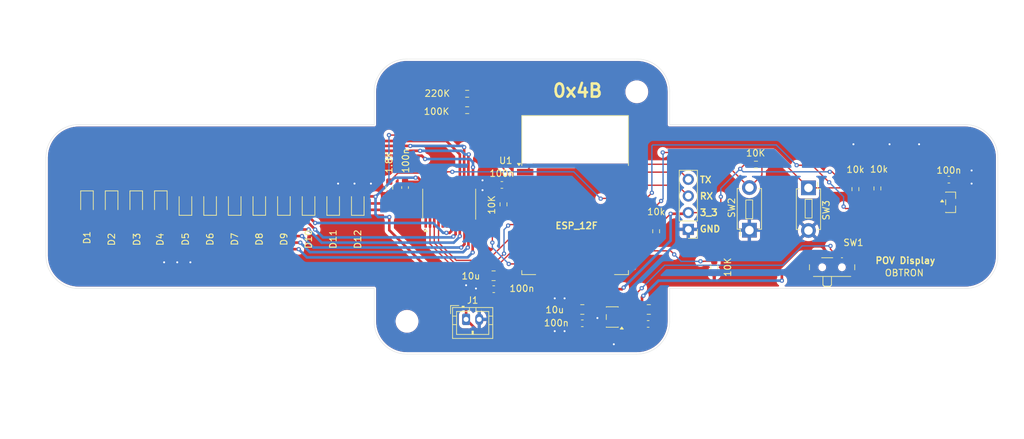
<source format=kicad_pcb>
(kicad_pcb (version 20241229) (generator "pcbnew") (generator_version "9.0")
  (layers (0 "F.Cu" signal) (2 "B.Cu" signal) (13 "F.Paste" user) (15 "B.Paste" user) (5 "F.SilkS" user "F.Silkscreen") (7 "B.SilkS" user "B.Silkscreen") (1 "F.Mask" user) (3 "B.Mask" user) (25 "Edge.Cuts" user))
  (net 0 "")
  (net 1 "GND")
  (net 2 "Net-(U1-ADC)")
  (net 3 "Vbatt")
  (net 4 "3_3_LDO")
  (net 5 "Net-(D1-K)")
  (net 6 "Net-(D2-K)")
  (net 7 "Net-(D3-K)")
  (net 8 "Net-(D4-K)")
  (net 9 "Net-(D5-K)")
  (net 10 "Net-(D6-K)")
  (net 11 "Net-(D7-K)")
  (net 12 "Net-(D8-K)")
  (net 13 "Net-(D9-K)")
  (net 14 "Net-(D10-K)")
  (net 15 "Net-(D11-K)")
  (net 16 "Net-(D12-K)")
  (net 17 "Net-(J2-Pin_4)")
  (net 18 "Net-(J2-Pin_3)")
  (net 19 "Net-(U1-~{RST})")
  (net 20 "Net-(U1-EN)")
  (net 21 "Net-(U1-GPIO15)")
  (net 22 "Net-(U1-GPIO0)")
  (net 23 "Net-(U1-GPIO2)")
  (net 24 "Net-(U4-R-EXT)")
  (net 25 "Net-(U1-GPIO4)")
  (net 26 "Net-(SW1-B)")
  (net 27 "Net-(U1-GPIO5)")
  (net 28 "Net-(U1-GPIO12)")
  (net 30 "Net-(U1-GPIO13)")
  (net 37 "Net-(U1-GPIO14)")
  (footprint "LED_SMD:LED_0805_2012Metric_Pad1.15x1.40mm_HandSolder" (layer "F.Cu") (at 104.75 102.975 -90)
    (property "Reference" "D3")
    (property "Value" "LED")
  )
  (footprint "Capacitor_SMD:C_0603_1608Metric_Pad1.08x0.95mm_HandSolder" (layer "F.Cu") (at 182.73125 121.4)
    (property "Reference" "C3" (hide yes))
    (property "Value" "100n")
  )
  (footprint "Resistor_SMD:R_0603_1608Metric_Pad0.98x0.95mm_HandSolder" (layer "F.Cu") (at 160.7 103.1625 90)
    (property "Reference" "R4" (hide yes))
    (property "Value" "10K")
  )
  (footprint "LED_SMD:LED_0805_2012Metric_Pad1.15x1.40mm_HandSolder" (layer "F.Cu") (at 116 102.975 90)
    (property "Reference" "D6")
    (property "Value" "LED")
  )
  (footprint "LED_SMD:LED_0805_2012Metric_Pad1.15x1.40mm_HandSolder" (layer "F.Cu") (at 127.25 102.975 90)
    (property "Reference" "D9")
    (property "Value" "LED")
  )
  (footprint "MountingHole:MountingHole_3.2mm_M3" (layer "F.Cu") (at 181 86)
    (property "Reference" "REF**" (hide yes))
    (property "Value" "MountingHole_3.2mm_M3" (hide yes))
  )
  (footprint "Capacitor_SMD:C_0603_1608Metric_Pad1.08x0.95mm_HandSolder" (layer "F.Cu") (at 160.45 100.2 180)
    (property "Reference" "C1" (hide yes))
    (property "Value" "100n")
  )
  (footprint "Capacitor_SMD:C_0603_1608Metric_Pad1.08x0.95mm_HandSolder" (layer "F.Cu") (at 172.7 121.3 180)
    (property "Reference" "C5" (hide yes))
    (property "Value" "100n")
  )
  (footprint "Button_Switch_THT:SW_PUSH_1P1T_6x3.5mm_H4.3_APEM_MJTP1243" (layer "F.Cu") (at 207.15 100.65 -90)
    (property "Reference" "SW3")
    (property "Value" "SW_Push" (hide yes))
  )
  (footprint "LED_SMD:LED_0805_2012Metric_Pad1.15x1.40mm_HandSolder" (layer "F.Cu") (at 131 102.975 90)
    (property "Reference" "D10")
    (property "Value" "LED")
  )
  (footprint "Button_Switch_THT:SW_PUSH_1P1T_6x3.5mm_H4.3_APEM_MJTP1243" (layer "F.Cu") (at 198.15 107.1 90)
    (property "Reference" "SW2")
    (property "Value" "SW_Push" (hide yes))
  )
  (footprint "Resistor_SMD:R_0603_1608Metric_Pad0.98x0.95mm_HandSolder" (layer "F.Cu") (at 199.15 97.1)
    (property "Reference" "R3" (hide yes))
    (property "Value" "10K")
  )
  (footprint "Capacitor_SMD:C_0805_2012Metric_Pad1.18x1.45mm_HandSolder" (layer "F.Cu") (at 172.7 119.2 180)
    (property "Reference" "C4" (hide yes))
    (property "Value" "10u")
  )
  (footprint "Capacitor_SMD:C_0603_1608Metric_Pad1.08x0.95mm_HandSolder" (layer "F.Cu") (at 228.5375 99.4 180)
    (property "Reference" "C9" (hide yes))
    (property "Value" "100n")
  )
  (footprint "Package_SO:TSSOP-24_4.4x7.8mm_P0.65mm" (layer "F.Cu") (at 152.425 103.1375 90)
    (property "Reference" "U4" (hide yes))
    (property "Value" "TLC5926")
  )
  (footprint "Package_TO_SOT_SMD:SOT-23" (layer "F.Cu") (at 228.8125 102.85)
    (property "Reference" "U5" (hide yes))
    (property "Value" "H.F.S")
  )
  (footprint "LED_SMD:LED_0805_2012Metric_Pad1.15x1.40mm_HandSolder" (layer "F.Cu") (at 123.5 102.975 90)
    (property "Reference" "D8")
    (property "Value" "LED")
  )
  (footprint "Resistor_SMD:R_0603_1608Metric_Pad0.98x0.95mm_HandSolder" (layer "F.Cu") (at 143.3 100.6125 -90)
    (property "Reference" "1.8K")
    (property "Value" "1.8K" (hide yes))
  )
  (footprint "Resistor_SMD:R_0603_1608Metric_Pad0.98x0.95mm_HandSolder" (layer "F.Cu") (at 155.1625 88.8)
    (property "Reference" "R1" (hide yes))
    (property "Value" "100K")
  )
  (footprint "LED_SMD:LED_0805_2012Metric_Pad1.15x1.40mm_HandSolder" (layer "F.Cu") (at 138.5 102.975 90)
    (property "Reference" "D12")
    (property "Value" "LED")
  )
  (footprint "RF_Module:ESP-12E" (layer "F.Cu") (at 171.6 101.75)
    (property "Reference" "U1")
    (property "Value" "ESP-12F")
  )
  (footprint "Capacitor_SMD:C_0805_2012Metric_Pad1.18x1.45mm_HandSolder" (layer "F.Cu") (at 182.83125 119.2)
    (property "Reference" "C2" (hide yes))
    (property "Value" "10u")
  )
  (footprint "Resistor_SMD:R_0603_1608Metric_Pad0.98x0.95mm_HandSolder" (layer "F.Cu") (at 155.1625 86.3 180)
    (property "Reference" "R2" (hide yes))
    (property "Value" "220K")
  )
  (footprint "Resistor_SMD:R_0603_1608Metric_Pad0.98x0.95mm_HandSolder" (layer "F.Cu") (at 217.65 100.7375 90)
    (property "Reference" "R9" (hide yes))
    (property "Value" "10k")
  )
  (footprint "LED_SMD:LED_0805_2012Metric_Pad1.15x1.40mm_HandSolder" (layer "F.Cu") (at 112.25 102.975 90)
    (property "Reference" "D5")
    (property "Value" "LED")
  )
  (footprint "Resistor_SMD:R_0603_1608Metric_Pad0.98x0.95mm_HandSolder" (layer "F.Cu") (at 183.95 107.2625 -90)
    (property "Reference" "R7" (hide yes))
    (property "Value" "10k")
  )
  (footprint "LED_SMD:LED_0805_2012Metric_Pad1.15x1.40mm_HandSolder" (layer "F.Cu") (at 108.5 102.975 -90)
    (property "Reference" "D4")
    (property "Value" "LED")
  )
  (footprint "LED_SMD:LED_0805_2012Metric_Pad1.15x1.40mm_HandSolder" (layer "F.Cu") (at 97.25 102.975 -90)
    (property "Reference" "D1")
    (property "Value" "LED")
  )
  (footprint "Connector_PinHeader_2.54mm:PinHeader_1x04_P2.54mm_Vertical" (layer "F.Cu") (at 188.85 106.97 180)
    (property "Reference" "GND" (hide yes))
    (property "Value" "Program Header" (hide yes))
  )
  (footprint "Resistor_SMD:R_0603_1608Metric_Pad0.98x0.95mm_HandSolder" (layer "F.Cu") (at 214.3 100.8375 -90)
    (property "Reference" "R6" (hide yes))
    (property "Value" "10k")
  )
  (footprint "Capacitor_SMD:C_0603_1608Metric_Pad1.08x0.95mm_HandSolder" (layer "F.Cu") (at 145.7 100.6 90)
    (property "Reference" "100n")
    (property "Value" "100n" (hide yes))
  )
  (footprint "Button_Switch_SMD:SW_SPDT_PCM12" (layer "F.Cu") (at 210.75 112.43)
    (property "Reference" "SW1")
    (property "Value" "SW_SPDT" (hide yes))
  )
  (footprint "LED_SMD:LED_0805_2012Metric_Pad1.15x1.40mm_HandSolder" (layer "F.Cu") (at 134.75 102.975 90)
    (property "Reference" "D11")
    (property "Value" "LED")
  )
  (footprint "Capacitor_SMD:C_0805_2012Metric_Pad1.18x1.45mm_HandSolder" (layer "F.Cu") (at 159.1875 114.05)
    (property "Reference" "C6" (hide yes))
    (property "Value" "10u")
  )
  (footprint "LED_SMD:LED_0805_2012Metric_Pad1.15x1.40mm_HandSolder" (layer "F.Cu") (at 119.75 102.975 90)
    (property "Reference" "D7")
    (property "Value" "LED")
  )
  (footprint "MountingHole:MountingHole_3.2mm_M3" (layer "F.Cu") (at 146 121)
    (property "Reference" "REF**" (hide yes))
    (property "Value" "MountingHole_3.2mm_M3" (hide yes))
  )
  (footprint "LED_SMD:LED_0805_2012Metric_Pad1.15x1.40mm_HandSolder" (layer "F.Cu") (at 101 102.975 -90)
    (property "Reference" "D2")
    (property "Value" "LED")
  )
  (footprint "Resistor_SMD:R_0603_1608Metric_Pad0.98x0.95mm_HandSolder" (layer "F.Cu") (at 192.8 112.75 -90)
    (property "Reference" "10K")
    (property "Value" "10k" (hide yes))
  )
  (footprint "Connector_JST:JST_PH_B2B-PH-K_1x02_P2.00mm_Vertical" (layer "F.Cu") (at 155 120.7)
    (property "Reference" "J1")
    (property "Value" "Conn_01x02_Pin" (hide yes))
  )
  (footprint "Package_TO_SOT_SMD:SOT-23-5" (layer "F.Cu") (at 177.2625 120.35 180)
    (property "Reference" "U3" (hide yes))
    (property "Value" "AP2112K-3.3")
  )
  (footprint "Capacitor_SMD:C_0603_1608Metric_Pad1.08x0.95mm_HandSolder" (layer "F.Cu") (at 159.2125 116.1)
    (property "Reference" "C7" (hide yes))
    (property "Value" "100n")
  )
  (gr_line (start 141 116) (end 141 121) (stroke (width 0.05)) (layer "Edge.Cuts"))
  (gr_arc (start 186 121) (mid 184.535534 124.535534) (end 181 126) (stroke (width 0.05)) (layer "Edge.Cuts"))
  (gr_line (start 186 91) (end 186 86) (stroke (width 0.05)) (layer "Edge.Cuts"))
  (gr_line (start 186 116) (end 186 121) (stroke (width 0.05)) (layer "Edge.Cuts"))
  (gr_arc (start 231 91) (mid 234.535534 92.464466) (end 236 96) (stroke (width 0.05)) (layer "Edge.Cuts"))
  (gr_line (start 236 111) (end 236 96) (stroke (width 0.05)) (layer "Edge.Cuts"))
  (gr_arc (start 146 126) (mid 142.464466 124.535534) (end 141 121) (stroke (width 0.05)) (layer "Edge.Cuts"))
  (gr_line (start 141 91) (end 141 86) (stroke (width 0.05)) (layer "Edge.Cuts"))
  (gr_arc (start 236 111) (mid 234.535534 114.535534) (end 231 116) (stroke (width 0.05)) (layer "Edge.Cuts"))
  (gr_line (start 96 116) (end 141 116) (stroke (width 0.05)) (layer "Edge.Cuts"))
  (gr_arc (start 96 116) (mid 92.464466 114.535534) (end 91 111) (stroke (width 0.05)) (layer "Edge.Cuts"))
  (gr_line (start 96 91) (end 141 91) (stroke (width 0.05)) (layer "Edge.Cuts"))
  (gr_arc (start 141 86) (mid 142.464466 82.464466) (end 146 81) (stroke (width 0.05)) (layer "Edge.Cuts"))
  (gr_line (start 146 81) (end 181 81) (stroke (width 0.05)) (layer "Edge.Cuts"))
  (gr_arc (start 181 81) (mid 184.535534 82.464466) (end 186 86) (stroke (width 0.05)) (layer "Edge.Cuts"))
  (gr_line (start 231 91) (end 186 91) (stroke (width 0.05)) (layer "Edge.Cuts"))
  (gr_line (start 231 116) (end 186 116) (stroke (width 0.05)) (layer "Edge.Cuts"))
  (gr_line (start 91 96) (end 91 111) (stroke (width 0.05)) (layer "Edge.Cuts"))
  (gr_line (start 181 126) (end 146 126) (stroke (width 0.05)) (layer "Edge.Cuts"))
  (gr_arc (start 91 96) (mid 92.464466 92.464466) (end 96 91) (stroke (width 0.05)) (layer "Edge.Cuts"))
  (gr_text "ESP_12F" (at 168.5 107.007776 0) (layer "F.SilkS") (effects (font (size 1 1) (thickness 0.2) (bold yes)) (justify left bottom)))
  (gr_text "GND" (at 190.5 107.5 0) (layer "F.SilkS") (effects (font (size 1 1) (thickness 0.2) (bold yes)) (justify left bottom)))
  (gr_text "POV Display\n" (at 217.25 111.15 0) (layer "F.SilkS") (effects (font (size 1 1) (thickness 0.2) (bold yes)) (justify left top)))
  (gr_text "3_3" (at 190.5 105 0) (layer "F.SilkS") (effects (font (size 1 1) (thickness 0.2) (bold yes)) (justify left bottom)))
  (gr_text "TX" (at 190.5 100 0) (layer "F.SilkS") (effects (font (size 1 1) (thickness 0.2) (bold yes)) (justify left bottom)))
  (gr_text "0x4B" (at 168 87 0) (layer "F.SilkS") (effects (font (size 2 2) (thickness 0.4) (bold yes)) (justify left bottom)))
  (gr_text "OBTRON" (at 218.7 114.2 0) (layer "F.SilkS") (effects (font (size 1 1)) (justify left bottom)))
  (gr_text "RX" (at 190.5 102.5 0) (layer "F.SilkS") (effects (font (size 1 1) (thickness 0.2) (bold yes)) (justify left bottom)))
  (via (at 140.5 100) (size 0.65) (drill 0.3) (layers "F.Cu" "B.Cu") (net 1))
  (via (at 219.5 94) (size 0.65) (drill 0.3) (layers "F.Cu" "B.Cu") (net 1))
  (via (at 156.5 116) (size 0.65) (drill 0.3) (layers "F.Cu" "B.Cu") (net 1))
  (via (at 232 98) (size 0.65) (drill 0.3) (layers "F.Cu" "B.Cu") (net 1))
  (via (at 175 120.5) (size 0.65) (drill 0.3) (layers "F.Cu" "B.Cu") (net 1))
  (via (at 157.5 99.5) (size 0.65) (drill 0.3) (layers "F.Cu" "B.Cu") (net 1))
  (via (at 168.5 122.5) (size 0.65) (drill 0.3) (layers "F.Cu" "B.Cu") (net 1))
  (via (at 170 122.5) (size 0.65) (drill 0.3) (layers "F.Cu" "B.Cu") (net 1))
  (via (at 232 100) (size 0.65) (drill 0.3) (layers "F.Cu" "B.Cu") (net 1))
  (via (at 135.5 100) (size 0.65) (drill 0.3) (layers "F.Cu" "B.Cu") (net 1))
  (via (at 111 112) (size 0.65) (drill 0.3) (layers "F.Cu" "B.Cu") (net 1))
  (via (at 224 94) (size 0.65) (drill 0.3) (layers "F.Cu" "B.Cu") (net 1))
  (via (at 214 94) (size 0.65) (drill 0.3) (layers "F.Cu" "B.Cu") (net 1))
  (via (at 177.5 124.5) (size 0.65) (drill 0.3) (layers "F.Cu" "B.Cu") (net 1))
  (via (at 109 112) (size 0.65) (drill 0.3) (layers "F.Cu" "B.Cu") (net 1))
  (via (at 113 112) (size 0.65) (drill 0.3) (layers "F.Cu" "B.Cu") (net 1))
  (via (at 157.5 101) (size 0.65) (drill 0.3) (layers "F.Cu" "B.Cu") (net 1))
  (via (at 138 100) (size 0.65) (drill 0.3) (layers "F.Cu" "B.Cu") (net 1))
  (via (at 155 115.5) (size 0.65) (drill 0.3) (layers "F.Cu" "B.Cu") (net 1))
  (via (at 170 117.5) (size 0.65) (drill 0.3) (layers "F.Cu" "B.Cu") (net 1))
  (via (at 168.5 117.5) (size 0.65) (drill 0.3) (layers "F.Cu" "B.Cu") (net 1))
  (segment (start 161.3125 98.3125) (end 161.3125 100.2) (width 0.2) (layer "F.Cu") (net 2))
  (segment (start 156.075 86.3) (end 156.075 88.8) (width 0.2) (layer "F.Cu") (net 2))
  (segment (start 156.075 93.075) (end 161.3125 98.3125) (width 0.2) (layer "F.Cu") (net 2))
  (segment (start 161.3125 100.2) (end 163.95 100.2) (width 0.2) (layer "F.Cu") (net 2))
  (segment (start 163.95 100.2) (end 164 100.25) (width 0.2) (layer "F.Cu") (net 2))
  (segment (start 156.075 88.8) (end 156.075 93.075) (width 0.2) (layer "F.Cu") (net 2))
  (segment (start 181.86875 121.4) (end 181.76875 121.3) (width 0.4) (layer "F.Cu") (net 3))
  (segment (start 152.4 92.6) (end 143.25 92.6) (width 0.2) (layer "F.Cu") (net 3))
  (segment (start 178.4 121.6) (end 178.4 121.3) (width 0.4) (layer "F.Cu") (net 3))
  (segment (start 112.25 101.95) (end 138.5 101.95) (width 0.4) (layer "F.Cu") (net 3))
  (segment (start 110.8 101.95) (end 112.25 101.95) (width 0.4) (layer "F.Cu") (net 3))
  (segment (start 155 118.8) (end 155 120.7) (width 0.4) (layer "F.Cu") (net 3))
  (segment (start 181.79375 119.2) (end 181.79375 117.30625) (width 0.4) (layer "F.Cu") (net 3))
  (segment (start 97.25 104) (end 108.5 104) (width 0.4) (layer "F.Cu") (net 3))
  (segment (start 206.103 110.897) (end 208.397 110.897) (width 0.4) (layer "F.Cu") (net 3))
  (segment (start 181.76875 121.3) (end 178.4 121.3) (width 0.4) (layer "F.Cu") (net 3))
  (segment (start 145.7 99.7375) (end 148.3125 99.7375) (width 0.4) (layer "F.Cu") (net 3))
  (segment (start 181.79375 121.325) (end 181.86875 121.4) (width 0.4) (layer "F.Cu") (net 3))
  (segment (start 141.15 101.95) (end 141.2 102) (width 0.4) (layer "F.Cu") (net 3))
  (segment (start 154.25 90.75) (end 152.4 92.6) (width 0.2) (layer "F.Cu") (net 3))
  (segment (start 147.3 99.1) (end 147.675 99.1) (width 0.4) (layer "F.Cu") (net 3))
  (segment (start 175.7 124.3) (end 178.4 121.6) (width 0.4) (layer "F.Cu") (net 3))
  (segment (start 138.5 101.95) (end 141.15 101.95) (width 0.4) (layer "F.Cu") (net 3))
  (segment (start 147.675 99.1) (end 148.3125 99.7375) (width 0.4) (layer "F.Cu") (net 3))
  (segment (start 181.79375 119.2) (end 181.79375 121.325) (width 0.4) (layer "F.Cu") (net 3))
  (segment (start 181.79375 117.30625) (end 182 117.1) (width 0.4) (layer "F.Cu") (net 3))
  (segment (start 149.4 113.2) (end 155 118.8) (width 0.4) (layer "F.Cu") (net 3))
  (segment (start 203.1 114.8) (end 203.1 113.9) (width 0.4) (layer "F.Cu") (net 3))
  (segment (start 158.6 124.3) (end 175.7 124.3) (width 0.4) (layer "F.Cu") (net 3))
  (segment (start 148.3125 99.7375) (end 148.85 100.275) (width 0.4) (layer "F.Cu") (net 3))
  (segment (start 154.25 88.8) (end 154.25 90.75) (width 0.2) (layer "F.Cu") (net 3))
  (segment (start 203.1 113.9) (end 206.103 110.897) (width 0.4) (layer "F.Cu") (net 3))
  (segment (start 208.397 110.897) (end 208.5 111) (width 0.4) (layer "F.Cu") (net 3))
  (segment (start 143.3 105.1) (end 143.3 107.1) (width 0.4) (layer "F.Cu") (net 3))
  (segment (start 143.3 107.1) (end 149.4 113.2) (width 0.4) (layer "F.Cu") (net 3))
  (segment (start 155 120.7) (end 158.6 124.3) (width 0.4) (layer "F.Cu") (net 3))
  (segment (start 108.75 104) (end 110.8 101.95) (width 0.4) (layer "F.Cu") (net 3))
  (segment (start 108.5 104) (end 108.75 104) (width 0.4) (layer "F.Cu") (net 3))
  (via (at 141.2 102) (size 0.65) (drill 0.3) (layers "F.Cu" "B.Cu") (net 3))
  (via (at 143.25 92.6) (size 0.65) (drill 0.3) (layers "F.Cu" "B.Cu") (net 3))
  (via (at 143.3 105.1) (size 0.65) (drill 0.3) (layers "F.Cu" "B.Cu") (net 3))
  (via (at 182 117.1) (size 0.65) (drill 0.3) (layers "F.Cu" "B.Cu") (net 3))
  (via (at 203.1 114.8) (size 0.65) (drill 0.3) (layers "F.Cu" "B.Cu") (net 3))
  (via (at 147.3 99.1) (size 0.65) (drill 0.3) (layers "F.Cu" "B.Cu") (net 3))
  (segment (start 144.1 99.1) (end 147.3 99.1) (width 0.4) (layer "B.Cu") (net 3))
  (segment (start 141.2 102) (end 144.1 99.1) (width 0.4) (layer "B.Cu") (net 3))
  (segment (start 182 117.1) (end 184.3 114.8) (width 0.4) (layer "B.Cu") (net 3))
  (segment (start 141.6 105.1) (end 141.2 104.7) (width 0.4) (layer "B.Cu") (net 3))
  (segment (start 143.3 105.1) (end 141.6 105.1) (width 0.4) (layer "B.Cu") (net 3))
  (segment (start 143.25 99.95) (end 141.2 102) (width 0.2) (layer "B.Cu") (net 3))
  (segment (start 184.3 114.8) (end 203.1 114.8) (width 0.4) (layer "B.Cu") (net 3))
  (segment (start 141.2 104.7) (end 141.2 102) (width 0.4) (layer "B.Cu") (net 3))
  (segment (start 143.25 92.6) (end 143.25 99.95) (width 0.2) (layer "B.Cu") (net 3))
  (segment (start 161.5 112.25) (end 164 112.25) (width 0.2) (layer "F.Cu") (net 4))
  (segment (start 193.8 102) (end 193.8 104.3) (width 0.2) (layer "F.Cu") (net 4))
  (segment (start 160.225 115.95) (end 160.075 116.1) (width 0.4) (layer "F.Cu") (net 4))
  (segment (start 186.15 104.6) (end 188.68 104.6) (width 0.4) (layer "F.Cu") (net 4))
  (segment (start 227.25 99.825) (end 227.675 99.4) (width 0.2) (layer "F.Cu") (net 4))
  (segment (start 173.5625 121.3) (end 176.125 121.3) (width 0.4) (layer "F.Cu") (net 4))
  (segment (start 217.55 99.925) (end 217.65 99.825) (width 0.2) (layer "F.Cu") (net 4))
  (segment (start 173.7375 119.2) (end 174 119.2) (width 0.4) (layer "F.Cu") (net 4))
  (segment (start 172.7 116.1) (end 160.075 116.1) (width 0.4) (layer "F.Cu") (net 4))
  (segment (start 227.675 99.4) (end 227.675 101.7) (width 0.2) (layer "F.Cu") (net 4))
  (segment (start 217.65 99.825) (end 227.25 99.825) (width 0.2) (layer "F.Cu") (net 4))
  (segment (start 172.7 116.1) (end 173.7375 117.1375) (width 0.4) (layer "F.Cu") (net 4))
  (segment (start 210.75 98.2) (end 212.475 99.925) (width 0.2) (layer "F.Cu") (net 4))
  (segment (start 212.475 99.925) (end 214.3 99.925) (width 0.2) (layer "F.Cu") (net 4))
  (segment (start 173.5625 119.375) (end 173.7375 119.2) (width 0.4) (layer "F.Cu") (net 4))
  (segment (start 159 105.775) (end 160.7 104.075) (width 0.2) (layer "F.Cu") (net 4))
  (segment (start 193.67 104.43) (end 188.85 104.43) (width 0.2) (layer "F.Cu") (net 4))
  (segment (start 178.75 116.1) (end 179 115.85) (width 0.4) (layer "F.Cu") (net 4))
  (segment (start 210.4 98.2) (end 210.75 98.2) (width 0.2) (layer "F.Cu") (net 4))
  (segment (start 160.225 114.05) (end 160.225 115.95) (width 0.4) (layer "F.Cu") (net 4))
  (segment (start 184.4 106.35) (end 186.15 104.6) (width 0.2) (layer "F.Cu") (net 4))
  (segment (start 183.95 106.35) (end 184.4 106.35) (width 0.2) (layer "F.Cu") (net 4))
  (segment (start 173.5625 121.3) (end 173.5625 119.375) (width 0.4) (layer "F.Cu") (net 4))
  (segment (start 172.7 116.1) (end 178.75 116.1) (width 0.4) (layer "F.Cu") (net 4))
  (segment (start 159 109) (end 159 105.775) (width 0.2) (layer "F.Cu") (net 4))
  (segment (start 160.225 114.05) (end 162.2 114.05) (width 0.4) (layer "F.Cu") (net 4))
  (segment (start 227.675 101.7) (end 227.875 101.9) (width 0.2) (layer "F.Cu") (net 4))
  (segment (start 173.7375 117.1375) (end 173.7375 119.2) (width 0.4) (layer "F.Cu") (net 4))
  (segment (start 197.4 97.1) (end 196.75 97.75) (width 0.2) (layer "F.Cu") (net 4))
  (segment (start 198.2375 97.1) (end 197.4 97.1) (width 0.2) (layer "F.Cu") (net 4))
  (segment (start 173.8 119.1375) (end 173.7375 119.2) (width 0.4) (layer "F.Cu") (net 4))
  (segment (start 162.2 114.05) (end 164 112.25) (width 0.4) (layer "F.Cu") (net 4))
  (segment (start 214.3 99.925) (end 217.55 99.925) (width 0.2) (layer "F.Cu") (net 4))
  (segment (start 193.8 104.3) (end 193.67 104.43) (width 0.2) (layer "F.Cu") (net 4))
  (segment (start 188.68 104.6) (end 188.85 104.43) (width 0.4) (layer "F.Cu") (net 4))
  (via (at 179 115.85) (size 0.65) (drill 0.3) (layers "F.Cu" "B.Cu") (net 4))
  (via (at 196.75 97.75) (size 0.65) (drill 0.3) (layers "F.Cu" "B.Cu") (net 4))
  (via (at 193.8 102) (size 0.65) (drill 0.3) (layers "F.Cu" "B.Cu") (net 4))
  (via (at 159 109) (size 0.65) (drill 0.3) (layers "F.Cu" "B.Cu") (net 4))
  (via (at 186.15 104.6) (size 0.65) (drill 0.3) (layers "F.Cu" "B.Cu") (net 4))
  (via (at 210.4 98.2) (size 0.65) (drill 0.3) (layers "F.Cu" "B.Cu") (net 4))
  (via (at 161.5 112.25) (size 0.65) (drill 0.3) (layers "F.Cu" "B.Cu") (net 4))
  (segment (start 159 109) (end 159 109.75) (width 0.2) (layer "B.Cu") (net 4))
  (segment (start 197.2 98.2) (end 210.4 98.2) (width 0.2) (layer "B.Cu") (net 4))
  (segment (start 179 115.85) (end 186.15 108.7) (width 0.4) (layer "B.Cu") (net 4))
  (segment (start 193.8 102) (end 193.8 100.7) (width 0.2) (layer "B.Cu") (net 4))
  (segment (start 186.15 108.7) (end 186.15 104.6) (width 0.4) (layer "B.Cu") (net 4))
  (segment (start 196.75 97.75) (end 197.2 98.2) (width 0.2) (layer "B.Cu") (net 4))
  (segment (start 193.8 100.7) (end 196.75 97.75) (width 0.2) (layer "B.Cu") (net 4))
  (segment (start 159 109.75) (end 161.5 112.25) (width 0.2) (layer "B.Cu") (net 4))
  (segment (start 152 93.5) (end 154.05 95.55) (width 0.4) (layer "F.Cu") (net 5))
  (segment (start 154.05 95.55) (end 154.05 100.275) (width 0.4) (layer "F.Cu") (net 5))
  (segment (start 97.25 101.95) (end 105.7 93.5) (width 0.4) (layer "F.Cu") (net 5))
  (segment (start 105.7 93.5) (end 152 93.5) (width 0.4) (layer "F.Cu") (net 5))
  (segment (start 101 101.95) (end 108.7 94.25) (width 0.4) (layer "F.Cu") (net 6))
  (segment (start 154.7 94.45) (end 154.7 100.275) (width 0.4) (layer "F.Cu") (net 6))
  (segment (start 108.7 94.25) (end 146.5 94.25) (width 0.4) (layer "F.Cu") (net 6))
  (via (at 154.7 94.45) (size 0.65) (drill 0.3) (layers "F.Cu" "B.Cu") (net 6))
  (via (at 146.5 94.25) (size 0.65) (drill 0.3) (layers "F.Cu" "B.Cu") (net 6))
  (segment (start 146.5 94.25) (end 154.5 94.25) (width 0.4) (layer "B.Cu") (net 6))
  (segment (start 154.5 94.25) (end 154.7 94.45) (width 0.4) (layer "B.Cu") (net 6))
  (segment (start 155.4 95.55) (end 155.4 95.6) (width 0.4) (layer "F.Cu") (net 7))
  (segment (start 155.4 95.6) (end 155.35 95.65) (width 0.4) (layer "F.Cu") (net 7))
  (segment (start 111.7 95) (end 104.75 101.95) (width 0.4) (layer "F.Cu") (net 7))
  (segment (start 155.35 95.65) (end 155.35 100.275) (width 0.4) (layer "F.Cu") (net 7))
  (segment (start 148 95) (end 111.7 95) (width 0.4) (layer "F.Cu") (net 7))
  (via (at 155.4 95.55) (size 0.65) (drill 0.3) (layers "F.Cu" "B.Cu") (net 7))
  (via (at 148 95) (size 0.65) (drill 0.3) (layers "F.Cu" "B.Cu") (net 7))
  (segment (start 154.258636 95) (end 148 95) (width 0.4) (layer "B.Cu") (net 7))
  (segment (start 154.258636 95) (end 154.808636 95.55) (width 0.4) (layer "B.Cu") (net 7))
  (segment (start 154.808636 95.55) (end 155.4 95.55) (width 0.4) (layer "B.Cu") (net 7))
  (segment (start 148.25 95.75) (end 148.75 96.25) (width 0.4) (layer "F.Cu") (net 8))
  (segment (start 108.5 101.95) (end 114.7 95.75) (width 0.4) (layer "F.Cu") (net 8))
  (segment (start 114.7 95.75) (end 148.25 95.75) (width 0.4) (layer "F.Cu") (net 8))
  (segment (start 156.05 97.5) (end 156.05 100.225) (width 0.4) (layer "F.Cu") (net 8))
  (segment (start 156.05 100.225) (end 156 100.275) (width 0.4) (layer "F.Cu") (net 8))
  (via (at 156.05 97.5) (size 0.65) (drill 0.3) (layers "F.Cu" "B.Cu") (net 8))
  (via (at 148.75 96.25) (size 0.65) (drill 0.3) (layers "F.Cu" "B.Cu") (net 8))
  (segment (start 156.05 96.75) (end 155.55 96.25) (width 0.4) (layer "B.Cu") (net 8))
  (segment (start 155.55 96.25) (end 148.75 96.25) (width 0.4) (layer "B.Cu") (net 8))
  (segment (start 156.05 97.5) (end 156.05 96.75) (width 0.4) (layer "B.Cu") (net 8))
  (segment (start 112.25 104) (end 118.25 110) (width 0.4) (layer "F.Cu") (net 9))
  (segment (start 118.25 110) (end 129.5 110) (width 0.4) (layer "F.Cu") (net 9))
  (segment (start 156 110.5) (end 156 106) (width 0.4) (layer "F.Cu") (net 9))
  (via (at 156 110.5) (size 0.65) (drill 0.3) (layers "F.Cu" "B.Cu") (net 9))
  (via (at 129.5 110) (size 0.65) (drill 0.3) (layers "F.Cu" "B.Cu") (net 9))
  (segment (start 129.5 110) (end 130.75 111.25) (width 0.4) (layer "B.Cu") (net 9))
  (segment (start 130.75 111.25) (end 155.25 111.25) (width 0.4) (layer "B.Cu") (net 9))
  (segment (start 155.25 111.25) (end 156 110.5) (width 0.4) (layer "B.Cu") (net 9))
  (segment (start 116 104) (end 121 109) (width 0.4) (layer "F.Cu") (net 10))
  (segment (start 121 109) (end 129.75 109) (width 0.4) (layer "F.Cu") (net 10))
  (segment (start 155.351 109.649) (end 155.351 106) (width 0.4) (layer "F.Cu") (net 10))
  (segment (start 155.25 109.75) (end 155.351 109.649) (width 0.4) (layer "F.Cu") (net 10))
  (via (at 129.75 109) (size 0.65) (drill 0.3) (layers "F.Cu" "B.Cu") (net 10))
  (via (at 155.25 109.75) (size 0.65) (drill 0.3) (layers "F.Cu" "B.Cu") (net 10))
  (segment (start 154.549 110.451) (end 155.25 109.75) (width 0.4) (layer "B.Cu") (net 10))
  (segment (start 131.201 110.451) (end 154.549 110.451) (width 0.4) (layer "B.Cu") (net 10))
  (segment (start 129.75 109) (end 131.201 110.451) (width 0.4) (layer "B.Cu") (net 10))
  (segment (start 154.7 106) (end 154.75 106.05) (width 0.4) (layer "F.Cu") (net 11))
  (segment (start 119.75 104) (end 123.75 108) (width 0.4) (layer "F.Cu") (net 11))
  (segment (start 154.25 109.75) (end 154.75 109.25) (width 0.4) (layer "F.Cu") (net 11))
  (segment (start 154.75 106.05) (end 154.75 109.25) (width 0.4) (layer "F.Cu") (net 11))
  (segment (start 123.75 108) (end 130 108) (width 0.4) (layer "F.Cu") (net 11))
  (via (at 154.25 109.75) (size 0.65) (drill 0.3) (layers "F.Cu" "B.Cu") (net 11))
  (via (at 130 108) (size 0.65) (drill 0.3) (layers "F.Cu" "B.Cu") (net 11))
  (segment (start 154.25 109.75) (end 131.75 109.75) (width 0.4) (layer "B.Cu") (net 11))
  (segment (start 131.75 109.75) (end 130 108) (width 0.4) (layer "B.Cu") (net 11))
  (segment (start 123.5 104) (end 126.5 107) (width 0.4) (layer "F.Cu") (net 12))
  (segment (start 154.038892 106.011108) (end 154.05 106) (width 0.4) (layer "F.Cu") (net 12))
  (segment (start 126.5 107) (end 131 107) (width 0.4) (layer "F.Cu") (net 12))
  (segment (start 154.038892 108.017412) (end 154.038892 106.011108) (width 0.4) (layer "F.Cu") (net 12))
  (via (at 131 107) (size 0.65) (drill 0.3) (layers "F.Cu" "B.Cu") (net 12))
  (via (at 154.038892 108.017412) (size 0.65) (drill 0.3) (layers "F.Cu" "B.Cu") (net 12))
  (segment (start 131 107) (end 133 109) (width 0.4) (layer "B.Cu") (net 12))
  (segment (start 133 109) (end 153.122738 109) (width 0.4) (layer "B.Cu") (net 12))
  (segment (start 153.122738 109) (end 154.038892 108.083846) (width 0.4) (layer "B.Cu") (net 12))
  (segment (start 154.038892 108.083846) (end 154.038892 108.017412) (width 0.4) (layer "B.Cu") (net 12))
  (segment (start 129 104) (end 132 107) (width 0.4) (layer "F.Cu") (net 13))
  (segment (start 153.4 107.731374) (end 153.065687 108.065687) (width 0.4) (layer "F.Cu") (net 13))
  (segment (start 153.4 106) (end 153.4 107.731374) (width 0.4) (layer "F.Cu") (net 13))
  (segment (start 127.25 104) (end 129 104) (width 0.4) (layer "F.Cu") (net 13))
  (via (at 153.065687 108.065687) (size 0.65) (drill 0.3) (layers "F.Cu" "B.Cu") (net 13))
  (via (at 132 107) (size 0.65) (drill 0.3) (layers "F.Cu" "B.Cu") (net 13))
  (segment (start 152.931374 108.2) (end 153.065687 108.065687) (width 0.4) (layer "B.Cu") (net 13))
  (segment (start 133.2 108.2) (end 152.931374 108.2) (width 0.4) (layer "B.Cu") (net 13))
  (segment (start 132 107) (end 133.2 108.2) (width 0.4) (layer "B.Cu") (net 13))
  (segment (start 131 105) (end 132 106) (width 0.4) (layer "F.Cu") (net 14))
  (segment (start 152.5 107.5) (end 152.75 107.25) (width 0.4) (layer "F.Cu") (net 14))
  (segment (start 152 107.5) (end 152.5 107.5) (width 0.4) (layer "F.Cu") (net 14))
  (segment (start 152.75 107.25) (end 152.75 106) (width 0.4) (layer "F.Cu") (net 14))
  (segment (start 131 104) (end 131 105) (width 0.4) (layer "F.Cu") (net 14))
  (via (at 152 107.5) (size 0.65) (drill 0.3) (layers "F.Cu" "B.Cu") (net 14))
  (via (at 132 106) (size 0.65) (drill 0.3) (layers "F.Cu" "B.Cu") (net 14))
  (segment (start 150 106) (end 132 106) (width 0.4) (layer "B.Cu") (net 14))
  (segment (start 152 107.5) (end 151.5 107.5) (width 0.4) (layer "B.Cu") (net 14))
  (segment (start 151.5 107.5) (end 150 106) (width 0.4) (layer "B.Cu") (net 14))
  (segment (start 152.1 105.001266) (end 152.1 106) (width 0.4) (layer "F.Cu") (net 15))
  (segment (start 150.122734 103.024) (end 152.1 105.001266) (width 0.4) (layer "F.Cu") (net 15))
  (segment (start 135.726 103.024) (end 150.122734 103.024) (width 0.4) (layer "F.Cu") (net 15))
  (segment (start 134.75 104) (end 135.726 103.024) (width 0.4) (layer "F.Cu") (net 15))
  (segment (start 138.5 104) (end 150.248792 104) (width 0.4) (layer "F.Cu") (net 16))
  (segment (start 151.45 105.201208) (end 151.45 106) (width 0.4) (layer "F.Cu") (net 16))
  (segment (start 150.248792 104) (end 151.45 105.201208) (width 0.4) (layer "F.Cu") (net 16))
  (segment (start 179.2 98.25) (end 187.75 98.25) (width 0.2) (layer "F.Cu") (net 17))
  (segment (start 187.75 98.25) (end 188.85 99.35) (width 0.2) (layer "F.Cu") (net 17))
  (segment (start 179.2 100.25) (end 187.21 100.25) (width 0.2) (layer "F.Cu") (net 18))
  (segment (start 187.21 100.25) (end 188.85 101.89) (width 0.2) (layer "F.Cu") (net 18))
  (segment (start 194.601 97.051) (end 198.15 100.6) (width 0.2) (layer "F.Cu") (net 19))
  (segment (start 200.0625 98.6875) (end 198.15 100.6) (width 0.2) (layer "F.Cu") (net 19))
  (segment (start 164 98.25) (end 165.199 97.051) (width 0.2) (layer "F.Cu") (net 19))
  (segment (start 200.0625 97.1) (end 200.0625 98.6875) (width 0.2) (layer "F.Cu") (net 19))
  (segment (start 165.199 97.051) (end 194.601 97.051) (width 0.2) (layer "F.Cu") (net 19))
  (segment (start 160.7 102.25) (end 164 102.25) (width 0.2) (layer "F.Cu") (net 20))
  (segment (start 163.7 102.55) (end 164 102.25) (width 0.4) (layer "F.Cu") (net 20))
  (segment (start 179.2 110.25) (end 186.15 110.25) (width 0.2) (layer "F.Cu") (net 21))
  (segment (start 191.1625 111.8375) (end 192.8 111.8375) (width 0.2) (layer "F.Cu") (net 21))
  (segment (start 191.15 111.85) (end 191.1625 111.8375) (width 0.2) (layer "F.Cu") (net 21))
  (segment (start 190.7 111.85) (end 191.15 111.85) (width 0.2) (layer "F.Cu") (net 21))
  (segment (start 186.15 110.25) (end 186.7 110.8) (width 0.2) (layer "F.Cu") (net 21))
  (via (at 186.7 110.8) (size 0.65) (drill 0.3) (layers "F.Cu" "B.Cu") (net 21))
  (via (at 190.7 111.85) (size 0.65) (drill 0.3) (layers "F.Cu" "B.Cu") (net 21))
  (segment (start 187.75 111.85) (end 190.7 111.85) (width 0.2) (layer "B.Cu") (net 21))
  (segment (start 186.7 110.8) (end 187.75 111.85) (width 0.2) (layer "B.Cu") (net 21))
  (segment (start 201.75 95.25) (end 207.15 100.65) (width 0.2) (layer "F.Cu") (net 22))
  (segment (start 213.2 100.65) (end 214.3 101.75) (width 0.2) (layer "F.Cu") (net 22))
  (segment (start 179.2 106.25) (end 181.1 106.25) (width 0.2) (layer "F.Cu") (net 22))
  (segment (start 184.95 95.25) (end 201.75 95.25) (width 0.2) (layer "F.Cu") (net 22))
  (segment (start 207.15 100.65) (end 213.2 100.65) (width 0.2) (layer "F.Cu") (net 22))
  (segment (start 181.1 106.25) (end 184.7 102.65) (width 0.2) (layer "F.Cu") (net 22))
  (via (at 184.95 95.25) (size 0.65) (drill 0.3) (layers "F.Cu" "B.Cu") (net 22))
  (via (at 184.7 102.65) (size 0.65) (drill 0.3) (layers "F.Cu" "B.Cu") (net 22))
  (segment (start 184.7 102.65) (end 185 102.35) (width 0.2) (layer "B.Cu") (net 22))
  (segment (start 185 95.3) (end 184.95 95.25) (width 0.2) (layer "B.Cu") (net 22))
  (segment (start 185 102.35) (end 185 95.3) (width 0.2) (layer "B.Cu") (net 22))
  (segment (start 183.875 108.25) (end 183.95 108.175) (width 0.2) (layer "F.Cu") (net 23))
  (segment (start 179.2 108.25) (end 183.875 108.25) (width 0.2) (layer "F.Cu") (net 23))
  (segment (start 149.5 99.31963) (end 149.5 100.275) (width 0.2) (layer "F.Cu") (net 24))
  (segment (start 148.58037 98.4) (end 149.5 99.31963) (width 0.2) (layer "F.Cu") (net 24))
  (segment (start 143.3 99.7) (end 144.6 98.4) (width 0.2) (layer "F.Cu") (net 24))
  (segment (start 144.6 98.4) (end 148.58037 98.4) (width 0.2) (layer "F.Cu") (net 24))
  (segment (start 217.65 101.65) (end 217.65 103.45) (width 0.2) (layer "F.Cu") (net 25))
  (segment (start 180.45 104.25) (end 183.3 101.4) (width 0.2) (layer "F.Cu") (net 25))
  (segment (start 218 103.8) (end 227.875 103.8) (width 0.2) (layer "F.Cu") (net 25))
  (segment (start 217.65 103.45) (end 218 103.8) (width 0.2) (layer "F.Cu") (net 25))
  (segment (start 179.2 104.25) (end 180.45 104.25) (width 0.2) (layer "F.Cu") (net 25))
  (segment (start 217.65 101.65) (end 217.7 101.65) (width 0.2) (layer "F.Cu") (net 25))
  (segment (start 212.8 103.8) (end 218 103.8) (width 0.2) (layer "F.Cu") (net 25))
  (segment (start 207.7 97.2) (end 210.3 99.8) (width 0.2) (layer "F.Cu") (net 25))
  (segment (start 212.5 103.5) (end 212.8 103.8) (width 0.2) (layer "F.Cu") (net 25))
  (segment (start 205.35 97.2) (end 207.7 97.2) (width 0.2) (layer "F.Cu") (net 25))
  (via (at 212.5 103.5) (size 0.65) (drill 0.3) (layers "F.Cu" "B.Cu") (net 25))
  (via (at 210.3 99.8) (size 0.65) (drill 0.3) (layers "F.Cu" "B.Cu") (net 25))
  (via (at 183.3 101.4) (size 0.65) (drill 0.3) (layers "F.Cu" "B.Cu") (net 25))
  (via (at 205.35 97.2) (size 0.65) (drill 0.3) (layers "F.Cu" "B.Cu") (net 25))
  (segment (start 183.3 101.4) (end 183.3 94.25) (width 0.2) (layer "B.Cu") (net 25))
  (segment (start 212.5 102) (end 212.5 103.5) (width 0.2) (layer "B.Cu") (net 25))
  (segment (start 210.3 99.8) (end 212.5 102) (width 0.2) (layer "B.Cu") (net 25))
  (segment (start 183.45 94.1) (end 202.25 94.1) (width 0.2) (layer "B.Cu") (net 25))
  (segment (start 202.25 94.1) (end 205.35 97.2) (width 0.2) (layer "B.Cu") (net 25))
  (segment (start 183.3 94.25) (end 183.45 94.1) (width 0.2) (layer "B.Cu") (net 25))
  (segment (start 210.5 110) (end 211.5 111) (width 0.2) (layer "F.Cu") (net 26))
  (segment (start 178.4 119.4) (end 178.4 119.3) (width 0.2) (layer "F.Cu") (net 26))
  (segment (start 178.65 119.15) (end 178.4 119.4) (width 0.2) (layer "F.Cu") (net 26))
  (segment (start 210.5 109.5) (end 210.5 110) (width 0.2) (layer "F.Cu") (net 26))
  (segment (start 178.4 119.3) (end 181.75 115.95) (width 0.2) (layer "F.Cu") (net 26))
  (via (at 210.5 109.5) (size 0.65) (drill 0.3) (layers "F.Cu" "B.Cu") (net 26))
  (via (at 181.75 115.95) (size 0.65) (drill 0.3) (layers "F.Cu" "B.Cu") (net 26))
  (segment (start 206.2 109.5) (end 210.5 109.5) (width 0.2) (layer "B.Cu") (net 26))
  (segment (start 203.249 112.451) (end 206.05 109.65) (width 0.2) (layer "B.Cu") (net 26))
  (segment (start 185.249 112.451) (end 203.249 112.451) (width 0.2) (layer "B.Cu") (net 26))
  (segment (start 206.05 109.65) (end 206.2 109.5) (width 0.2) (layer "B.Cu") (net 26))
  (segment (start 181.75 115.95) (end 185.249 112.451) (width 0.2) (layer "B.Cu") (net 26))
  (segment (start 150.8 99.537501) (end 152.137501 98.2) (width 0.2) (layer "F.Cu") (net 27))
  (segment (start 150.8 100.275) (end 150.8 99.537501) (width 0.2) (layer "F.Cu") (net 27))
  (segment (start 175.5 102.3) (end 175.55 102.25) (width 0.2) (layer "F.Cu") (net 27))
  (segment (start 175.55 102.25) (end 179.2 102.25) (width 0.2) (layer "F.Cu") (net 27))
  (segment (start 152.137501 98.2) (end 152.9 98.2) (width 0.2) (layer "F.Cu") (net 27))
  (via (at 175.5 102.3) (size 0.65) (drill 0.3) (layers "F.Cu" "B.Cu") (net 27))
  (via (at 152.9 98.2) (size 0.65) (drill 0.3) (layers "F.Cu" "B.Cu") (net 27))
  (segment (start 152.9 98.2) (end 171.4 98.2) (width 0.2) (layer "B.Cu") (net 27))
  (segment (start 171.4 98.2) (end 175.5 102.3) (width 0.2) (layer "B.Cu") (net 27))
  (segment (start 158.302 111.698) (end 161.75 108.25) (width 0.2) (layer "F.Cu") (net 28))
  (segment (start 161.75 108.25) (end 164 108.25) (width 0.2) (layer "F.Cu") (net 28))
  (segment (start 150.8 106) (end 150.8 109) (width 0.2) (layer "F.Cu") (net 28))
  (segment (start 153.498 111.698) (end 158.302 111.698) (width 0.2) (layer "F.Cu") (net 28))
  (segment (start 150.8 109) (end 153.498 111.698) (width 0.2) (layer "F.Cu") (net 28))
  (segment (start 152.8 112.5) (end 159.8 112.5) (width 0.2) (layer "F.Cu") (net 30))
  (segment (start 162 110.3) (end 163.95 110.3) (width 0.2) (layer "F.Cu") (net 30))
  (segment (start 159.8 112.5) (end 162 110.3) (width 0.2) (layer "F.Cu") (net 30))
  (segment (start 163.95 110.3) (end 164 110.25) (width 0.2) (layer "F.Cu") (net 30))
  (segment (start 149.5 109.2) (end 152.8 112.5) (width 0.2) (layer "F.Cu") (net 30))
  (segment (start 149.5 106) (end 149.5 109.2) (width 0.2) (layer "F.Cu") (net 30))
  (segment (start 161.55 106.25) (end 164 106.25) (width 0.2) (layer "F.Cu") (net 37))
  (segment (start 153.199 112.099) (end 159.35247 112.099) (width 0.2) (layer "F.Cu") (net 37))
  (segment (start 159.35247 112.099) (end 160.775735 110.675735) (width 0.2) (layer "F.Cu") (net 37))
  (segment (start 150.15 106) (end 150.15 109.05) (width 0.2) (layer "F.Cu") (net 37))
  (segment (start 150.15 109.05) (end 153.199 112.099) (width 0.2) (layer "F.Cu") (net 37))
  (segment (start 161.4 106.4) (end 161.55 106.25) (width 0.2) (layer "F.Cu") (net 37))
  (via (at 160.775735 110.675735) (size 0.65) (drill 0.3) (layers "F.Cu" "B.Cu") (net 37))
  (via (at 161.4 106.4) (size 0.65) (drill 0.3) (layers "F.Cu" "B.Cu") (net 37))
  (segment (start 160.775735 107.024265) (end 161.4 106.4) (width 0.2) (layer "B.Cu") (net 37))
  (segment (start 160.775735 110.675735) (end 160.775735 107.024265) (width 0.2) (layer "B.Cu") (net 37))
  (zone (net 1) (net_name "GND") (layers "F.Cu" "B.Cu") (connect_pads (clearance 0.5)) (min_thickness 0.25) (fill yes (thermal_gap 0.5) (thermal_bridge_width 0.5))
    (polygon (pts (xy 87 73) (xy 240 72) (xy 240 125) (xy 84 139)))
  )
)
</source>
